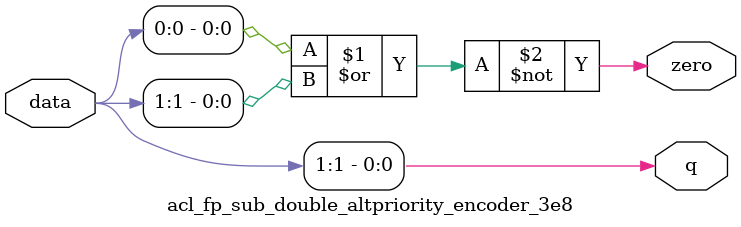
<source format=v>
module  acl_fp_sub_double_altpriority_encoder_3e8
	( 
	data,
	q,
	zero) ;
	input   [1:0]  data;
	output   [0:0]  q;
	output   zero;
	assign
		q = {data[1]},
		zero = (~ (data[0] | data[1]));
endmodule
</source>
